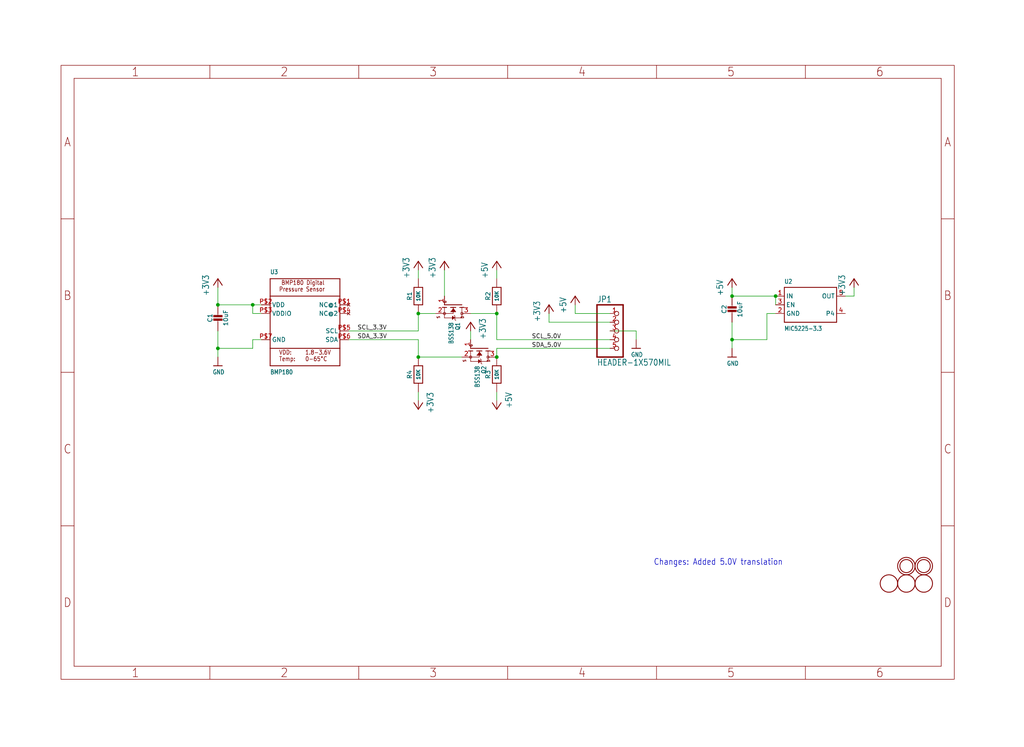
<source format=kicad_sch>
(kicad_sch (version 20211123) (generator eeschema)
  (paper "User" 298.45 217.881)
  (lib_symbols
    (symbol "eagleSchem-eagle-import:+3V3" (power)
      (property "Value" "+3V3" (at -2.54 -5.08 90))
      (symbol "+3V3_1_0"
        (polyline (pts (xy 0 0) (xy -1.27 -1.905)) (stroke (width 0.254)))
        (polyline (pts (xy 1.27 -1.905) (xy 0 0)) (stroke (width 0.254)))
        (pin power_in line (at 0 -2.54 90) (length 2.54) (name "+3V3") (number "1"))
      )
    )
    (symbol "eagleSchem-eagle-import:+5V" (power)
      (property "Value" "+5V" (at -2.54 -5.08 90))
      (symbol "+5V_1_0"
        (polyline (pts (xy 0 0) (xy -1.27 -1.905)) (stroke (width 0.254)))
        (polyline (pts (xy 1.27 -1.905) (xy 0 0)) (stroke (width 0.254)))
        (pin power_in line (at 0 -2.54 90) (length 2.54) (name "+5V") (number "1"))
      )
    )
    (symbol "eagleSchem-eagle-import:BMP180EXT"
      (property "Reference" "U" (at -10.16 13.97 0))
      (property "Value" "BMP180EXT" (at -10.16 -15.24 0))
      (symbol "BMP180EXT_1_0"
        (polyline (pts (xy -10.16 -7.62) (xy -10.16 -12.7)) (stroke (width 0.254)))
        (polyline (pts (xy -10.16 -7.62) (xy -10.16 7.62)) (stroke (width 0.254)))
        (polyline (pts (xy -10.16 7.62) (xy 10.16 7.62)) (stroke (width 0.254)))
        (polyline (pts (xy -10.16 12.7) (xy -10.16 7.62)) (stroke (width 0.254)))
        (polyline (pts (xy -10.16 12.7) (xy 10.16 12.7)) (stroke (width 0.254)))
        (polyline (pts (xy 10.16 -12.7) (xy -10.16 -12.7)) (stroke (width 0.254)))
        (polyline (pts (xy 10.16 -7.62) (xy -10.16 -7.62)) (stroke (width 0.254)))
        (polyline (pts (xy 10.16 -7.62) (xy 10.16 -12.7)) (stroke (width 0.254)))
        (polyline (pts (xy 10.16 7.62) (xy 10.16 -7.62)) (stroke (width 0.254)))
        (polyline (pts (xy 10.16 12.7) (xy 10.16 7.62)) (stroke (width 0.254)))
        (text "0-65°C" (at 0 -11.43 0) (effects (font (size 1.27 1.0795)) (justify left bottom)))
        (text "1.8-3.6V" (at 0 -9.525 0) (effects (font (size 1.27 1.0795)) (justify left bottom)))
        (text "BMP180 Digital" (at -6.985 10.795 0) (effects (font (size 1.27 1.0795)) (justify left bottom)))
        (text "Pressure Sensor" (at -7.62 8.89 0) (effects (font (size 1.27 1.0795)) (justify left bottom)))
        (text "Temp:" (at -7.62 -11.43 0) (effects (font (size 1.27 1.0795)) (justify left bottom)))
        (text "VDD:" (at -7.62 -9.525 0) (effects (font (size 1.27 1.0795)) (justify left bottom)))
        (pin no_connect line (at 12.7 5.08 180) (length 2.54) (name "NC@1") (number "P$1"))
        (pin power_in line (at -12.7 5.08 0) (length 2.54) (name "VDD") (number "P$2"))
        (pin power_in line (at -12.7 2.54 0) (length 2.54) (name "VDDIO") (number "P$3"))
        (pin no_connect line (at 12.7 2.54 180) (length 2.54) (name "NC@2") (number "P$4"))
        (pin bidirectional line (at 12.7 -2.54 180) (length 2.54) (name "SCL") (number "P$5"))
        (pin bidirectional line (at 12.7 -5.08 180) (length 2.54) (name "SDA") (number "P$6"))
        (pin power_in line (at -12.7 -5.08 0) (length 2.54) (name "GND") (number "P$7"))
      )
    )
    (symbol "eagleSchem-eagle-import:CAP_CERAMIC0805-NOOUTLINE"
      (property "Reference" "C" (at -2.29 1.25 90))
      (property "Value" "CAP_CERAMIC0805-NOOUTLINE" (at 2.3 1.25 90))
      (symbol "CAP_CERAMIC0805-NOOUTLINE_1_0"
        (rectangle (start -1.27 0.508) (end 1.27 1.016) (fill (type outline)))
        (rectangle (start -1.27 1.524) (end 1.27 2.032) (fill (type outline)))
        (polyline (pts (xy 0 0.762) (xy 0 0)) (stroke (width 0.1524)))
        (polyline (pts (xy 0 2.54) (xy 0 1.778)) (stroke (width 0.1524)))
        (pin passive line (at 0 5.08 270) (length 2.54) (name "1") (number "1"))
        (pin passive line (at 0 -2.54 90) (length 2.54) (name "2") (number "2"))
      )
    )
    (symbol "eagleSchem-eagle-import:FIDUCIAL"
      (symbol "FIDUCIAL_1_0"
        (circle (center 0 0) (radius 2.54) (stroke (width 0.254)))
      )
    )
    (symbol "eagleSchem-eagle-import:FRAME_A4"
      (symbol "FRAME_A4_0_0"
        (polyline (pts (xy 0 44.7675) (xy 3.81 44.7675)))
        (polyline (pts (xy 0 89.535) (xy 3.81 89.535)))
        (polyline (pts (xy 0 134.3025) (xy 3.81 134.3025)))
        (polyline (pts (xy 3.81 3.81) (xy 3.81 175.26)))
        (polyline (pts (xy 43.3917 0) (xy 43.3917 3.81)))
        (polyline (pts (xy 43.3917 175.26) (xy 43.3917 179.07)))
        (polyline (pts (xy 86.7833 0) (xy 86.7833 3.81)))
        (polyline (pts (xy 86.7833 175.26) (xy 86.7833 179.07)))
        (polyline (pts (xy 130.175 0) (xy 130.175 3.81)))
        (polyline (pts (xy 130.175 175.26) (xy 130.175 179.07)))
        (polyline (pts (xy 173.5667 0) (xy 173.5667 3.81)))
        (polyline (pts (xy 173.5667 175.26) (xy 173.5667 179.07)))
        (polyline (pts (xy 216.9583 0) (xy 216.9583 3.81)))
        (polyline (pts (xy 216.9583 175.26) (xy 216.9583 179.07)))
        (polyline (pts (xy 256.54 3.81) (xy 3.81 3.81)))
        (polyline (pts (xy 256.54 3.81) (xy 256.54 175.26)))
        (polyline (pts (xy 256.54 44.7675) (xy 260.35 44.7675)))
        (polyline (pts (xy 256.54 89.535) (xy 260.35 89.535)))
        (polyline (pts (xy 256.54 134.3025) (xy 260.35 134.3025)))
        (polyline (pts (xy 256.54 175.26) (xy 3.81 175.26)))
        (polyline (pts (xy 0 0) (xy 260.35 0) (xy 260.35 179.07) (xy 0 179.07) (xy 0 0)))
        (text "1" (at 21.6958 1.905 0) (effects (font (size 2.54 2.286))))
        (text "1" (at 21.6958 177.165 0) (effects (font (size 2.54 2.286))))
        (text "2" (at 65.0875 1.905 0) (effects (font (size 2.54 2.286))))
        (text "2" (at 65.0875 177.165 0) (effects (font (size 2.54 2.286))))
        (text "3" (at 108.4792 1.905 0) (effects (font (size 2.54 2.286))))
        (text "3" (at 108.4792 177.165 0) (effects (font (size 2.54 2.286))))
        (text "4" (at 151.8708 1.905 0) (effects (font (size 2.54 2.286))))
        (text "4" (at 151.8708 177.165 0) (effects (font (size 2.54 2.286))))
        (text "5" (at 195.2625 1.905 0) (effects (font (size 2.54 2.286))))
        (text "5" (at 195.2625 177.165 0) (effects (font (size 2.54 2.286))))
        (text "6" (at 238.6542 1.905 0) (effects (font (size 2.54 2.286))))
        (text "6" (at 238.6542 177.165 0) (effects (font (size 2.54 2.286))))
        (text "A" (at 1.905 156.6863 0) (effects (font (size 2.54 2.286))))
        (text "A" (at 258.445 156.6863 0) (effects (font (size 2.54 2.286))))
        (text "B" (at 1.905 111.9188 0) (effects (font (size 2.54 2.286))))
        (text "B" (at 258.445 111.9188 0) (effects (font (size 2.54 2.286))))
        (text "C" (at 1.905 67.1513 0) (effects (font (size 2.54 2.286))))
        (text "C" (at 258.445 67.1513 0) (effects (font (size 2.54 2.286))))
        (text "D" (at 1.905 22.3838 0) (effects (font (size 2.54 2.286))))
        (text "D" (at 258.445 22.3838 0) (effects (font (size 2.54 2.286))))
      )
      (symbol "FRAME_A4_1_0"
        (polyline (pts (xy 256.54 3.81) (xy 256.54 8.89)) (stroke (width 0.1016)))
        (polyline (pts (xy 256.54 8.89) (xy 256.54 13.97)) (stroke (width 0.1016)))
        (polyline (pts (xy 256.54 13.97) (xy 256.54 19.05)) (stroke (width 0.1016)))
        (polyline (pts (xy 256.54 19.05) (xy 256.54 36.83)) (stroke (width 0.1016)))
      )
      (symbol "FRAME_A4_2_0"
        (polyline (pts (xy 1.27 -6.35) (xy 1.27 0)) (stroke (width 0.1016)))
        (polyline (pts (xy 1.27 0) (xy 82.55 0)) (stroke (width 0.1016)))
        (polyline (pts (xy 82.55 -6.35) (xy 1.27 -6.35)) (stroke (width 0.1016)))
        (polyline (pts (xy 82.55 0) (xy 82.55 -6.35)) (stroke (width 0.1016)))
        (text "PART OR WHOLE IS STRICTLY PROHIBITED WITHOUT WRITTEN PERMISSION!" (at 3.81 -5.08 0) (effects (font (size 1.27 1.0795)) (justify left bottom)))
        (text "PROPRIETARY" (at 3.81 -10.16 0) (effects (font (size 2.54 2.159) (thickness 0.4318) bold) (justify left bottom)))
        (text "THIS DRAWING CONTAINS CONFIDENTIAL INFORMATION. ANY REPRODUCTION IN" (at 3.81 -2.794 0) (effects (font (size 1.27 1.0795)) (justify left bottom)))
      )
      (symbol "FRAME_A4_3_0"
        (polyline (pts (xy 0 1.27) (xy 20.32 1.27)) (stroke (width 0.6096)))
        (polyline (pts (xy 0 10.16) (xy 0 1.27)) (stroke (width 0.6096)))
        (polyline (pts (xy 0 10.16) (xy 20.32 10.16)) (stroke (width 0.3048)))
        (polyline (pts (xy 0 19.05) (xy 0 10.16)) (stroke (width 0.6096)))
        (polyline (pts (xy 0 19.05) (xy 20.32 19.05)) (stroke (width 0.3048)))
        (polyline (pts (xy 0 27.94) (xy 0 19.05)) (stroke (width 0.6096)))
        (polyline (pts (xy 0 27.94) (xy 20.32 27.94)) (stroke (width 0.3048)))
        (polyline (pts (xy 0 34.29) (xy 0 27.94)) (stroke (width 0.6096)))
        (polyline (pts (xy 20.32 1.27) (xy 20.32 6.35)) (stroke (width 0.3048)))
        (polyline (pts (xy 20.32 1.27) (xy 95.885 1.27)) (stroke (width 0.6096)))
        (polyline (pts (xy 20.32 6.35) (xy 20.32 10.16)) (stroke (width 0.3048)))
        (polyline (pts (xy 20.32 6.35) (xy 88.9 6.35)) (stroke (width 0.3048)))
        (polyline (pts (xy 20.32 10.16) (xy 20.32 19.05)) (stroke (width 0.3048)))
        (polyline (pts (xy 20.32 16.51) (xy 20.32 19.05)) (stroke (width 0.3048)))
        (polyline (pts (xy 20.32 19.05) (xy 20.32 27.94)) (stroke (width 0.3048)))
        (polyline (pts (xy 20.32 27.94) (xy 20.32 34.29)) (stroke (width 0.3048)))
        (polyline (pts (xy 20.32 27.94) (xy 65.0875 27.94)) (stroke (width 0.3048)))
        (polyline (pts (xy 20.32 34.29) (xy 0 34.29)) (stroke (width 0.6096)))
        (polyline (pts (xy 65.0875 27.94) (xy 106.045 27.94)) (stroke (width 0.3048)))
        (polyline (pts (xy 65.0875 34.29) (xy 20.32 34.29)) (stroke (width 0.6096)))
        (polyline (pts (xy 88.9 6.35) (xy 95.885 6.35)) (stroke (width 0.3048)))
        (polyline (pts (xy 88.9 16.51) (xy 20.32 16.51)) (stroke (width 0.3048)))
        (polyline (pts (xy 88.9 16.51) (xy 88.9 6.35)) (stroke (width 0.3048)))
        (polyline (pts (xy 95.885 1.27) (xy 121.92 1.27)) (stroke (width 0.6096)))
        (polyline (pts (xy 95.885 6.35) (xy 95.885 1.27)) (stroke (width 0.3048)))
        (polyline (pts (xy 95.885 6.35) (xy 121.92 6.35)) (stroke (width 0.3048)))
        (polyline (pts (xy 101.6 13.0175) (xy 102.5525 13.0175)) (stroke (width 0.254)))
        (polyline (pts (xy 106.045 27.94) (xy 106.045 34.29)) (stroke (width 0.3048)))
        (polyline (pts (xy 106.045 27.94) (xy 110.49 27.94)) (stroke (width 0.3048)))
        (polyline (pts (xy 106.045 34.29) (xy 65.0875 34.29)) (stroke (width 0.6096)))
        (polyline (pts (xy 110.49 16.51) (xy 88.9 16.51)) (stroke (width 0.3048)))
        (polyline (pts (xy 110.49 27.94) (xy 110.49 16.51)) (stroke (width 0.3048)))
        (polyline (pts (xy 110.49 27.94) (xy 113.03 27.94)) (stroke (width 0.3048)))
        (polyline (pts (xy 113.03 27.94) (xy 121.92 27.94)) (stroke (width 0.3048)))
        (polyline (pts (xy 113.03 34.29) (xy 106.045 34.29)) (stroke (width 0.6096)))
        (polyline (pts (xy 121.92 6.35) (xy 121.92 1.27)) (stroke (width 0.6096)))
        (polyline (pts (xy 121.92 16.51) (xy 110.49 16.51)) (stroke (width 0.3048)))
        (polyline (pts (xy 121.92 16.51) (xy 121.92 6.35)) (stroke (width 0.6096)))
        (polyline (pts (xy 121.92 27.94) (xy 121.92 16.51)) (stroke (width 0.6096)))
        (polyline (pts (xy 121.92 34.29) (xy 113.03 34.29)) (stroke (width 0.6096)))
        (polyline (pts (xy 121.92 34.29) (xy 121.92 27.94)) (stroke (width 0.6096)))
        (circle (center 109.5375 31.115) (radius 1.4199) (stroke (width 0.254)))
        (text "2013" (at 112.7125 30.1625 0) (effects (font (size 1.778 1.5113)) (justify left bottom)))
        (text ">CHECKED" (at 2.54 11.43 0) (effects (font (size 1.778 1.5113)) (justify left bottom)))
        (text ">COMPANY" (at 23.6538 29.3687 0) (effects (font (size 3.175 2.6987) (thickness 0.5397) bold) (justify left bottom)))
        (text ">DATE" (at 2.54 2.54 0) (effects (font (size 1.778 1.5113)) (justify left bottom)))
        (text ">DRAWING_NAME" (at 33.3375 2.54 0) (effects (font (size 2.54 2.159)) (justify left bottom)))
        (text ">DRAWN" (at 2.54 20.32 0) (effects (font (size 1.778 1.5113)) (justify left bottom)))
        (text ">DRGNO" (at 91.44 8.89 0) (effects (font (size 2.1844 1.8567)) (justify left bottom)))
        (text ">LAST_DATE_TIME" (at 33.02 8.89 0) (effects (font (size 2.54 2.159)) (justify left bottom)))
        (text ">REV" (at 114.3 18.415 0) (effects (font (size 3.81 3.2385)) (justify left bottom)))
        (text ">SHEET" (at 109.22 2.54 0) (effects (font (size 2.54 2.54)) (justify left bottom)))
        (text "C" (at 109.0612 30.48 0) (effects (font (size 1.27 1.0795)) (justify left bottom)))
        (text "CHECKED" (at 1.27 15.875 0) (effects (font (size 1.778 1.5113)) (justify left bottom)))
        (text "DATE" (at 1.27 6.985 0) (effects (font (size 1.778 1.5113)) (justify left bottom)))
        (text "DATE" (at 21.59 12.7 0) (effects (font (size 2.54 2.54)) (justify left bottom)))
        (text "DRAWN" (at 1.27 24.765 0) (effects (font (size 1.778 1.5113)) (justify left bottom)))
        (text "DRG" (at 90.17 12.7 0) (effects (font (size 2.54 2.54)) (justify left bottom)))
        (text "FILE:" (at 21.59 2.54 0) (effects (font (size 2.54 2.54)) (justify left bottom)))
        (text "ISSUE" (at 5.3975 30.1625 0) (effects (font (size 1.9304 1.6408)) (justify left bottom)))
        (text "N" (at 98.7425 12.7 0) (effects (font (size 2.54 2.54)) (justify left bottom)))
        (text "o" (at 101.2825 13.6525 0) (effects (font (size 2.1844 1.8567)) (justify left bottom)))
        (text "PAGE:" (at 97.155 2.54 0) (effects (font (size 2.54 2.54)) (justify left bottom)))
        (text "REV" (at 112.7125 24.13 0) (effects (font (size 2.54 2.54)) (justify left bottom)))
        (text "TITLE" (at 21.59 24.13 0) (effects (font (size 2.54 2.54)) (justify left bottom)))
      )
    )
    (symbol "eagleSchem-eagle-import:GND" (power)
      (property "Value" "GND" (at -1.524 -2.54 0))
      (symbol "GND_1_0"
        (polyline (pts (xy -1.27 0) (xy 1.27 0)) (stroke (width 0.254)))
        (pin power_in line (at 0 2.54 270) (length 2.54) (name "GND") (number "1"))
      )
    )
    (symbol "eagleSchem-eagle-import:HEADER-1X570MIL"
      (property "Reference" "JP" (at -6.35 8.255 0))
      (property "Value" "HEADER-1X570MIL" (at -6.35 -10.16 0))
      (symbol "HEADER-1X570MIL_1_0"
        (polyline (pts (xy -6.35 -7.62) (xy 1.27 -7.62)) (stroke (width 0.4064)))
        (polyline (pts (xy -6.35 7.62) (xy -6.35 -7.62)) (stroke (width 0.4064)))
        (polyline (pts (xy 1.27 -7.62) (xy 1.27 7.62)) (stroke (width 0.4064)))
        (polyline (pts (xy 1.27 7.62) (xy -6.35 7.62)) (stroke (width 0.4064)))
        (pin passive inverted (at -2.54 5.08 0) (length 2.54) (name "1") (number "1"))
        (pin passive inverted (at -2.54 2.54 0) (length 2.54) (name "2") (number "2"))
        (pin passive inverted (at -2.54 0 0) (length 2.54) (name "3") (number "3"))
        (pin passive inverted (at -2.54 -2.54 0) (length 2.54) (name "4") (number "4"))
        (pin passive inverted (at -2.54 -5.08 0) (length 2.54) (name "5") (number "5"))
      )
    )
    (symbol "eagleSchem-eagle-import:MOSFET-NREFLOW"
      (property "Reference" "Q" (at 5.08 0.635 0))
      (property "Value" "MOSFET-NREFLOW" (at 5.08 -1.27 0))
      (symbol "MOSFET-NREFLOW_1_0"
        (polyline (pts (xy 0 2.54) (xy 0 -2.54)) (stroke (width 0.254)))
        (polyline (pts (xy 0.762 -2.54) (xy 0.762 -3.175)) (stroke (width 0.254)))
        (polyline (pts (xy 0.762 -1.905) (xy 0.762 -2.54)) (stroke (width 0.254)))
        (polyline (pts (xy 0.762 0) (xy 0.762 -0.762)) (stroke (width 0.254)))
        (polyline (pts (xy 0.762 0) (xy 2.54 0)) (stroke (width 0.1524)))
        (polyline (pts (xy 0.762 0.762) (xy 0.762 0)) (stroke (width 0.254)))
        (polyline (pts (xy 0.762 2.54) (xy 0.762 1.905)) (stroke (width 0.254)))
        (polyline (pts (xy 0.762 2.54) (xy 3.81 2.54)) (stroke (width 0.1524)))
        (polyline (pts (xy 0.762 3.175) (xy 0.762 2.54)) (stroke (width 0.254)))
        (polyline (pts (xy 2.54 -2.54) (xy 0.762 -2.54)) (stroke (width 0.1524)))
        (polyline (pts (xy 2.54 -2.54) (xy 3.81 -2.54)) (stroke (width 0.1524)))
        (polyline (pts (xy 2.54 0) (xy 2.54 -2.54)) (stroke (width 0.1524)))
        (polyline (pts (xy 3.302 0.508) (xy 3.048 0.254)) (stroke (width 0.1524)))
        (polyline (pts (xy 3.81 0.508) (xy 3.302 0.508)) (stroke (width 0.1524)))
        (polyline (pts (xy 3.81 0.508) (xy 3.81 -2.54)) (stroke (width 0.1524)))
        (polyline (pts (xy 3.81 2.54) (xy 3.81 0.508)) (stroke (width 0.1524)))
        (polyline (pts (xy 4.318 0.508) (xy 3.81 0.508)) (stroke (width 0.1524)))
        (polyline (pts (xy 4.572 0.762) (xy 4.318 0.508)) (stroke (width 0.1524)))
        (polyline (pts (xy 1.016 0) (xy 2.032 0.762) (xy 2.032 -0.762)) (fill (type outline)))
        (polyline (pts (xy 3.81 0.508) (xy 3.302 -0.254) (xy 4.318 -0.254)) (fill (type outline)))
        (circle (center 2.54 -2.54) (radius 0.3592))
        (circle (center 2.54 2.54) (radius 0.3592))
        (text "D" (at 3.175 3.175 0) (effects (font (size 0.8128 0.6908)) (justify left bottom)))
        (text "G" (at -1.27 -1.905 0) (effects (font (size 0.8128 0.6908)) (justify left bottom)))
        (text "S" (at 3.175 -3.81 0) (effects (font (size 0.8128 0.6908)) (justify left bottom)))
        (pin bidirectional line (at -2.54 -2.54 0) (length 2.54) (name "G") (number "1"))
        (pin bidirectional line (at 2.54 -5.08 90) (length 2.54) (name "S") (number "2"))
        (pin bidirectional line (at 2.54 5.08 270) (length 2.54) (name "D") (number "3"))
      )
    )
    (symbol "eagleSchem-eagle-import:MOUNTINGHOLE2.0"
      (symbol "MOUNTINGHOLE2.0_1_0"
        (circle (center 0 0) (radius 1.905) (stroke (width 0.254)))
        (circle (center 0 0) (radius 2.54) (stroke (width 0.254)))
      )
    )
    (symbol "eagleSchem-eagle-import:RESISTOR0805_NOOUTLINE"
      (property "Reference" "R" (at 0 2.54 0))
      (property "Value" "RESISTOR0805_NOOUTLINE" (at 0 0 0))
      (symbol "RESISTOR0805_NOOUTLINE_1_0"
        (polyline (pts (xy -2.54 -1.27) (xy -2.54 1.27)) (stroke (width 0.254)))
        (polyline (pts (xy -2.54 1.27) (xy 2.54 1.27)) (stroke (width 0.254)))
        (polyline (pts (xy 2.54 -1.27) (xy -2.54 -1.27)) (stroke (width 0.254)))
        (polyline (pts (xy 2.54 1.27) (xy 2.54 -1.27)) (stroke (width 0.254)))
        (pin passive line (at -5.08 0 0) (length 2.54) (name "1") (number "1"))
        (pin passive line (at 5.08 0 180) (length 2.54) (name "2") (number "2"))
      )
    )
    (symbol "eagleSchem-eagle-import:RESISTOR_0805MP"
      (property "Reference" "R" (at 0 2.54 0))
      (property "Value" "RESISTOR_0805MP" (at 0 0 0))
      (symbol "RESISTOR_0805MP_1_0"
        (polyline (pts (xy -2.54 -1.27) (xy -2.54 1.27)) (stroke (width 0.254)))
        (polyline (pts (xy -2.54 1.27) (xy 2.54 1.27)) (stroke (width 0.254)))
        (polyline (pts (xy 2.54 -1.27) (xy -2.54 -1.27)) (stroke (width 0.254)))
        (polyline (pts (xy 2.54 1.27) (xy 2.54 -1.27)) (stroke (width 0.254)))
        (pin passive line (at -5.08 0 0) (length 2.54) (name "1") (number "1"))
        (pin passive line (at 5.08 0 180) (length 2.54) (name "2") (number "2"))
      )
    )
    (symbol "eagleSchem-eagle-import:VREG_SOT23-5"
      (property "Reference" "U" (at -7.62 6.096 0))
      (property "Value" "VREG_SOT23-5" (at -7.62 -7.62 0))
      (symbol "VREG_SOT23-5_1_0"
        (polyline (pts (xy -7.62 -5.08) (xy -7.62 5.08)) (stroke (width 0.254)))
        (polyline (pts (xy -7.62 5.08) (xy 7.62 5.08)) (stroke (width 0.254)))
        (polyline (pts (xy 7.62 -5.08) (xy -7.62 -5.08)) (stroke (width 0.254)))
        (polyline (pts (xy 7.62 5.08) (xy 7.62 -5.08)) (stroke (width 0.254)))
        (pin power_in line (at -10.16 2.54 0) (length 2.54) (name "IN") (number "1"))
        (pin power_in line (at -10.16 -2.54 0) (length 2.54) (name "GND") (number "2"))
        (pin input line (at -10.16 0 0) (length 2.54) (name "EN") (number "3"))
        (pin bidirectional line (at 10.16 -2.54 180) (length 2.54) (name "P4") (number "4"))
        (pin power_in line (at 10.16 2.54 180) (length 2.54) (name "OUT") (number "5"))
      )
    )
  )
  (junction (at 226.06 86.36))
  (junction (at 213.36 99.06))
  (junction (at 144.78 91.44))
  (junction (at 63.5 88.9))
  (junction (at 121.92 104.14))
  (junction (at 63.5 101.6))
  (junction (at 213.36 86.36))
  (junction (at 73.66 88.9))
  (junction (at 121.92 91.44))
  (junction (at 144.78 104.14))
  (wire (pts (xy 137.16 96.52) (xy 137.16 99.06)))
  (wire (pts (xy 177.8 96.52) (xy 185.42 96.52)))
  (wire (pts (xy 121.92 78.74) (xy 121.92 81.28)))
  (wire (pts (xy 248.92 86.36) (xy 248.92 83.82)))
  (wire (pts (xy 223.52 99.06) (xy 213.36 99.06)))
  (wire (pts (xy 121.92 96.52) (xy 101.6 96.52)))
  (wire (pts (xy 121.92 116.84) (xy 121.92 114.3)))
  (wire (pts (xy 73.66 99.06) (xy 76.2 99.06)))
  (wire (pts (xy 226.06 88.9) (xy 226.06 86.36)))
  (wire (pts (xy 144.78 104.14) (xy 144.78 101.6)))
  (wire (pts (xy 213.36 99.06) (xy 213.36 101.6)))
  (wire (pts (xy 63.5 88.9) (xy 63.5 83.82)))
  (wire (pts (xy 144.78 99.06) (xy 177.8 99.06)))
  (wire (pts (xy 63.5 101.6) (xy 63.5 104.14)))
  (wire (pts (xy 167.64 91.44) (xy 167.64 88.9)))
  (wire (pts (xy 73.66 88.9) (xy 63.5 88.9)))
  (wire (pts (xy 226.06 86.36) (xy 213.36 86.36)))
  (wire (pts (xy 76.2 91.44) (xy 73.66 91.44)))
  (wire (pts (xy 73.66 91.44) (xy 73.66 88.9)))
  (wire (pts (xy 144.78 91.44) (xy 144.78 99.06)))
  (wire (pts (xy 144.78 78.74) (xy 144.78 81.28)))
  (wire (pts (xy 213.36 83.82) (xy 213.36 86.36)))
  (wire (pts (xy 63.5 101.6) (xy 63.5 96.52)))
  (wire (pts (xy 63.5 101.6) (xy 73.66 101.6)))
  (wire (pts (xy 246.38 86.36) (xy 248.92 86.36)))
  (wire (pts (xy 177.8 91.44) (xy 167.64 91.44)))
  (wire (pts (xy 121.92 104.14) (xy 121.92 99.06)))
  (wire (pts (xy 144.78 101.6) (xy 177.8 101.6)))
  (wire (pts (xy 101.6 99.06) (xy 121.92 99.06)))
  (wire (pts (xy 223.52 91.44) (xy 223.52 99.06)))
  (wire (pts (xy 160.02 91.44) (xy 160.02 93.98)))
  (wire (pts (xy 226.06 91.44) (xy 223.52 91.44)))
  (wire (pts (xy 144.78 116.84) (xy 144.78 114.3)))
  (wire (pts (xy 73.66 101.6) (xy 73.66 99.06)))
  (wire (pts (xy 137.16 91.44) (xy 144.78 91.44)))
  (wire (pts (xy 121.92 96.52) (xy 121.92 91.44)))
  (wire (pts (xy 121.92 91.44) (xy 127 91.44)))
  (wire (pts (xy 134.62 104.14) (xy 121.92 104.14)))
  (wire (pts (xy 160.02 93.98) (xy 177.8 93.98)))
  (wire (pts (xy 213.36 99.06) (xy 213.36 93.98)))
  (wire (pts (xy 129.54 86.36) (xy 129.54 78.74)))
  (wire (pts (xy 185.42 96.52) (xy 185.42 99.06)))
  (wire (pts (xy 76.2 88.9) (xy 73.66 88.9)))
  (text "Changes: Added 5.0V translation" (at 190.5 165.1 180) (effects (font (size 1.778 1.5113)) (justify left bottom)))
  (label "SCL_5.0V" (at 154.94 99.06 0) (effects (font (size 1.2446 1.2446))))
  (label "SDA_3.3V" (at 104.14 99.06 0) (effects (font (size 1.2446 1.2446))))
  (label "SCL_3.3V" (at 104.14 96.52 0) (effects (font (size 1.2446 1.2446))))
  (label "SDA_5.0V" (at 154.94 101.6 0) (effects (font (size 1.2446 1.2446))))
  (symbol (lib_id "eagleSchem-eagle-import:+5V") (at 167.64 86.36 0) (unit 1)
    (property "Reference" "#P+2" (effects hide))
    (property "Value" "+5V" (at 165.1 91.44 90) (effects (font (size 1.778 1.5113)) (justify left bottom)))
    (property "Footprint" "eagleSchem:" (effects hide))
  )
  (symbol (lib_id "eagleSchem-eagle-import:RESISTOR_0805MP") (at 144.78 86.36 90) (unit 1)
    (property "Reference" "R2" (at 142.24 86.36 0))
    (property "Value" "10K" (at 144.78 86.36 0) (effects (font (size 1.016 1.016) bold)))
    (property "Footprint" "eagleSchem:_0805MP" (effects hide))
  )
  (symbol (lib_id "eagleSchem-eagle-import:+3V3") (at 63.5 81.28 0) (unit 1)
    (property "Reference" "#+3V7" (effects hide))
    (property "Value" "+3V3" (at 60.96 86.36 90) (effects (font (size 1.778 1.5113)) (justify left bottom)))
    (property "Footprint" "eagleSchem:" (effects hide))
  )
  (symbol (lib_id "eagleSchem-eagle-import:+3V3") (at 121.92 119.38 180) (unit 1)
    (property "Reference" "#+3V5" (effects hide))
    (property "Value" "+3V3" (at 124.46 114.3 90) (effects (font (size 1.778 1.5113)) (justify left bottom)))
    (property "Footprint" "eagleSchem:" (effects hide))
  )
  (symbol (lib_id "eagleSchem-eagle-import:VREG_SOT23-5") (at 236.22 88.9 0) (unit 1)
    (property "Reference" "U2" (at 228.6 82.804 0) (effects (font (size 1.27 1.0795)) (justify left bottom)))
    (property "Value" "MIC5225-3.3" (at 228.6 96.52 0) (effects (font (size 1.27 1.0795)) (justify left bottom)))
    (property "Footprint" "eagleSchem:SOT23-5" (effects hide))
  )
  (symbol (lib_id "eagleSchem-eagle-import:FIDUCIAL") (at 269.24 170.18 0) (unit 1)
    (property "Reference" "U$1" (effects hide))
    (property "Value" "FIDUCIAL" (effects hide))
    (property "Footprint" "eagleSchem:FIDUCIAL_1MM" (effects hide))
  )
  (symbol (lib_id "eagleSchem-eagle-import:+3V3") (at 129.54 76.2 0) (unit 1)
    (property "Reference" "#+3V2" (effects hide))
    (property "Value" "+3V3" (at 127 81.28 90) (effects (font (size 1.778 1.5113)) (justify left bottom)))
    (property "Footprint" "eagleSchem:" (effects hide))
  )
  (symbol (lib_id "eagleSchem-eagle-import:+5V") (at 144.78 76.2 0) (unit 1)
    (property "Reference" "#P+1" (effects hide))
    (property "Value" "+5V" (at 142.24 81.28 90) (effects (font (size 1.778 1.5113)) (justify left bottom)))
    (property "Footprint" "eagleSchem:" (effects hide))
  )
  (symbol (lib_id "eagleSchem-eagle-import:+5V") (at 144.78 119.38 180) (unit 1)
    (property "Reference" "#P+3" (effects hide))
    (property "Value" "+5V" (at 147.32 114.3 90) (effects (font (size 1.778 1.5113)) (justify left bottom)))
    (property "Footprint" "eagleSchem:" (effects hide))
  )
  (symbol (lib_id "eagleSchem-eagle-import:+5V") (at 213.36 81.28 0) (unit 1)
    (property "Reference" "#P+4" (effects hide))
    (property "Value" "+5V" (at 210.82 86.36 90) (effects (font (size 1.778 1.5113)) (justify left bottom)))
    (property "Footprint" "eagleSchem:" (effects hide))
  )
  (symbol (lib_id "eagleSchem-eagle-import:FIDUCIAL") (at 264.16 170.18 0) (unit 1)
    (property "Reference" "U$15" (effects hide))
    (property "Value" "FIDUCIAL" (effects hide))
    (property "Footprint" "eagleSchem:FIDUCIAL_1MM" (effects hide))
  )
  (symbol (lib_id "eagleSchem-eagle-import:GND") (at 63.5 106.68 0) (unit 1)
    (property "Reference" "#U$3" (effects hide))
    (property "Value" "GND" (at 61.976 109.22 0) (effects (font (size 1.27 1.0795)) (justify left bottom)))
    (property "Footprint" "eagleSchem:" (effects hide))
  )
  (symbol (lib_id "eagleSchem-eagle-import:BMP180EXT") (at 88.9 93.98 0) (unit 1)
    (property "Reference" "U3" (at 78.74 80.01 0) (effects (font (size 1.27 1.0795)) (justify left bottom)))
    (property "Value" "BMP180" (at 78.74 109.22 0) (effects (font (size 1.27 1.0795)) (justify left bottom)))
    (property "Footprint" "eagleSchem:BMP180_EXTENDED" (effects hide))
  )
  (symbol (lib_id "eagleSchem-eagle-import:MOUNTINGHOLE2.0") (at 264.16 165.1 0) (unit 1)
    (property "Reference" "U$8" (effects hide))
    (property "Value" "MOUNTINGHOLE2.0" (effects hide))
    (property "Footprint" "eagleSchem:MOUNTINGHOLE_2.0_PLATED" (effects hide))
  )
  (symbol (lib_id "eagleSchem-eagle-import:+3V3") (at 137.16 93.98 0) (mirror y) (unit 1)
    (property "Reference" "#+3V3" (effects hide))
    (property "Value" "+3V3" (at 139.7 99.06 90) (effects (font (size 1.778 1.5113)) (justify left bottom)))
    (property "Footprint" "eagleSchem:" (effects hide))
  )
  (symbol (lib_id "eagleSchem-eagle-import:CAP_CERAMIC0805-NOOUTLINE") (at 63.5 93.98 0) (unit 1)
    (property "Reference" "C1" (at 61.21 92.73 90))
    (property "Value" "10uF" (at 65.8 92.73 90))
    (property "Footprint" "eagleSchem:0805-NO" (effects hide))
  )
  (symbol (lib_id "eagleSchem-eagle-import:FRAME_A4") (at 17.78 198.12 0) (unit 1)
    (property "Reference" "#FRAME1" (effects hide))
    (property "Value" "FRAME_A4" (effects hide))
    (property "Footprint" "eagleSchem:" (effects hide))
  )
  (symbol (lib_id "eagleSchem-eagle-import:RESISTOR0805_NOOUTLINE") (at 121.92 109.22 90) (unit 1)
    (property "Reference" "R4" (at 119.38 109.22 0))
    (property "Value" "10K" (at 121.92 109.22 0) (effects (font (size 1.016 1.016) bold)))
    (property "Footprint" "eagleSchem:0805-NO" (effects hide))
  )
  (symbol (lib_id "eagleSchem-eagle-import:HEADER-1X570MIL") (at 180.34 96.52 0) (unit 1)
    (property "Reference" "JP1" (at 173.99 88.265 0) (effects (font (size 1.778 1.5113)) (justify left bottom)))
    (property "Value" "HEADER-1X570MIL" (at 173.99 106.68 0) (effects (font (size 1.778 1.5113)) (justify left bottom)))
    (property "Footprint" "eagleSchem:1X05_ROUND_70" (effects hide))
  )
  (symbol (lib_id "eagleSchem-eagle-import:CAP_CERAMIC0805-NOOUTLINE") (at 213.36 91.44 0) (unit 1)
    (property "Reference" "C2" (at 211.07 90.19 90))
    (property "Value" "10uF" (at 215.66 90.19 90))
    (property "Footprint" "eagleSchem:0805-NO" (effects hide))
  )
  (symbol (lib_id "eagleSchem-eagle-import:RESISTOR0805_NOOUTLINE") (at 144.78 109.22 90) (unit 1)
    (property "Reference" "R3" (at 142.24 109.22 0))
    (property "Value" "10K" (at 144.78 109.22 0) (effects (font (size 1.016 1.016) bold)))
    (property "Footprint" "eagleSchem:0805-NO" (effects hide))
  )
  (symbol (lib_id "eagleSchem-eagle-import:MOSFET-NREFLOW") (at 132.08 88.9 270) (unit 1)
    (property "Reference" "Q1" (at 132.715 93.98 0) (effects (font (size 1.27 1.0795)) (justify left bottom)))
    (property "Value" "BSS138" (at 130.81 93.98 0) (effects (font (size 1.27 1.0795)) (justify left bottom)))
    (property "Footprint" "eagleSchem:SOT23" (effects hide))
  )
  (symbol (lib_id "eagleSchem-eagle-import:+3V3") (at 248.92 81.28 0) (unit 1)
    (property "Reference" "#+3V6" (effects hide))
    (property "Value" "+3V3" (at 246.38 86.36 90) (effects (font (size 1.778 1.5113)) (justify left bottom)))
    (property "Footprint" "eagleSchem:" (effects hide))
  )
  (symbol (lib_id "eagleSchem-eagle-import:+3V3") (at 160.02 88.9 0) (unit 1)
    (property "Reference" "#+3V1" (effects hide))
    (property "Value" "+3V3" (at 157.48 93.98 90) (effects (font (size 1.778 1.5113)) (justify left bottom)))
    (property "Footprint" "eagleSchem:" (effects hide))
  )
  (symbol (lib_id "eagleSchem-eagle-import:GND") (at 213.36 104.14 0) (unit 1)
    (property "Reference" "#U$13" (effects hide))
    (property "Value" "GND" (at 211.836 106.68 0) (effects (font (size 1.27 1.0795)) (justify left bottom)))
    (property "Footprint" "eagleSchem:" (effects hide))
  )
  (symbol (lib_id "eagleSchem-eagle-import:GND") (at 185.42 101.6 0) (unit 1)
    (property "Reference" "#U$4" (effects hide))
    (property "Value" "GND" (at 183.896 104.14 0) (effects (font (size 1.27 1.0795)) (justify left bottom)))
    (property "Footprint" "eagleSchem:" (effects hide))
  )
  (symbol (lib_id "eagleSchem-eagle-import:MOUNTINGHOLE2.0") (at 269.24 165.1 0) (unit 1)
    (property "Reference" "U$7" (effects hide))
    (property "Value" "MOUNTINGHOLE2.0" (effects hide))
    (property "Footprint" "eagleSchem:MOUNTINGHOLE_2.0_PLATED" (effects hide))
  )
  (symbol (lib_id "eagleSchem-eagle-import:+3V3") (at 121.92 76.2 0) (unit 1)
    (property "Reference" "#+3V4" (effects hide))
    (property "Value" "+3V3" (at 119.38 81.28 90) (effects (font (size 1.778 1.5113)) (justify left bottom)))
    (property "Footprint" "eagleSchem:" (effects hide))
  )
  (symbol (lib_id "eagleSchem-eagle-import:MOSFET-NREFLOW") (at 139.7 101.6 270) (unit 1)
    (property "Reference" "Q2" (at 140.335 106.68 0) (effects (font (size 1.27 1.0795)) (justify left bottom)))
    (property "Value" "BSS138" (at 138.43 106.68 0) (effects (font (size 1.27 1.0795)) (justify left bottom)))
    (property "Footprint" "eagleSchem:SOT23" (effects hide))
  )
  (symbol (lib_id "eagleSchem-eagle-import:FIDUCIAL") (at 259.08 170.18 0) (unit 1)
    (property "Reference" "U$5" (effects hide))
    (property "Value" "FIDUCIAL" (effects hide))
    (property "Footprint" "eagleSchem:FIDUCIAL_1MM" (effects hide))
  )
  (symbol (lib_id "eagleSchem-eagle-import:RESISTOR0805_NOOUTLINE") (at 121.92 86.36 90) (unit 1)
    (property "Reference" "R1" (at 119.38 86.36 0))
    (property "Value" "10K" (at 121.92 86.36 0) (effects (font (size 1.016 1.016) bold)))
    (property "Footprint" "eagleSchem:0805-NO" (effects hide))
  )
)
</source>
